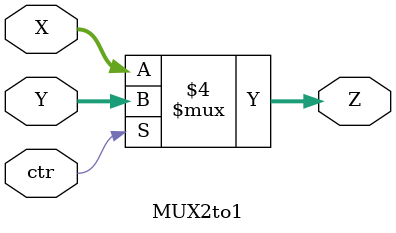
<source format=v>
module MUX2to1(X,Y,ctr,Z);
parameter k=32;
input [k-1:0] X,Y;
output reg [k-1:0] Z;
input ctr;
always @(X or Y or ctr)
if(!ctr) Z<=X;
else Z<=Y;
endmodule
</source>
